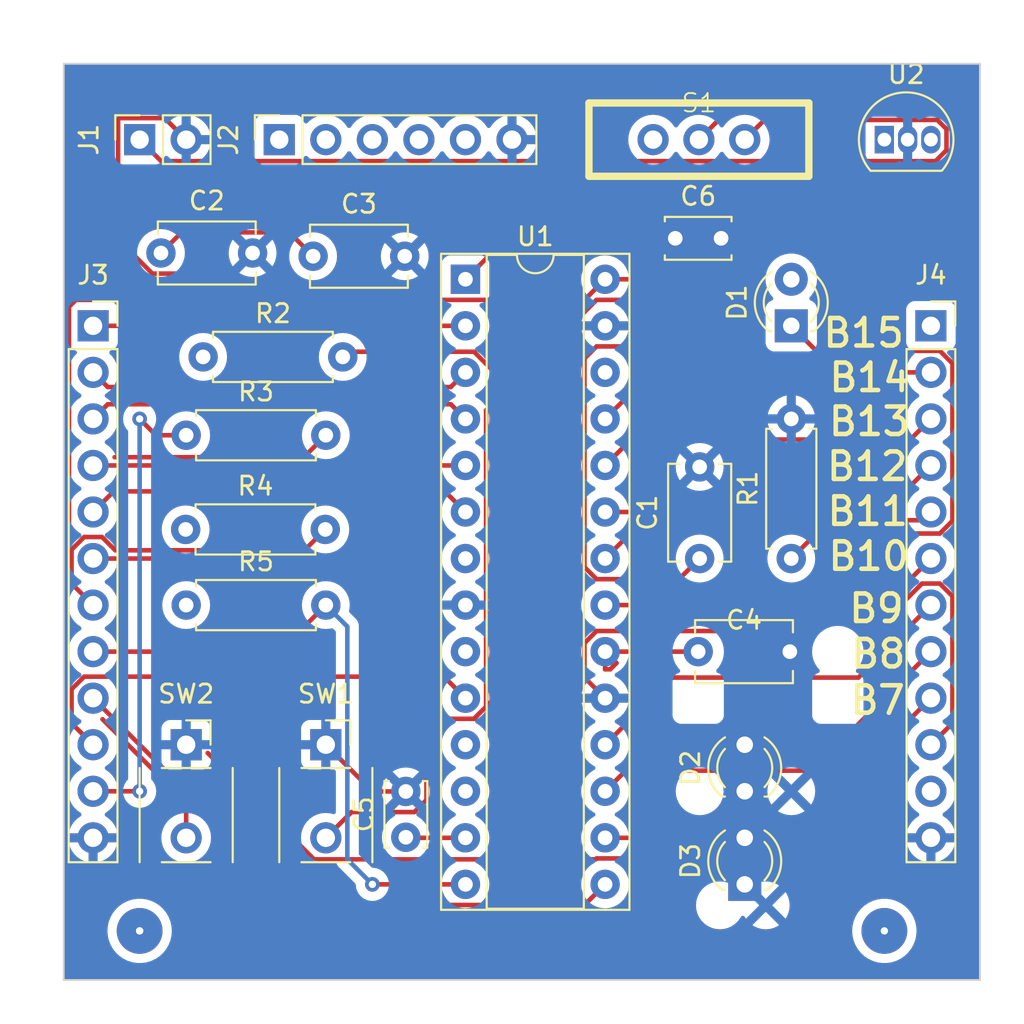
<source format=kicad_pcb>
(kicad_pcb (version 20221018) (generator pcbnew)
  (layers (0 "F.Cu" signal) (31 "B.Cu" signal) (34 "B.Paste" user) (35 "F.Paste" user) (36 "B.SilkS" user "B.Silkscreen") (37 "F.SilkS" user "F.Silkscreen") (38 "B.Mask" user) (39 "F.Mask" user) (44 "Edge.Cuts" user))
  (net 0 "")
  (net 1 "Net-(S1-B)")
  (net 2 "GND")
  (net 3 "Net-(D1-A)")
  (net 4 "Net-(U1-Vcap)")
  (net 5 "+3.3V")
  (net 6 "Net-(D1-K)")
  (net 7 "Net-(D2-K)")
  (net 8 "Net-(D3-K)")
  (net 9 "Net-(J1-Pin_1)")
  (net 11 "/U1TX")
  (net 12 "/U1RX")
  (net 13 "+5V")
  (net 15 "/A0")
  (net 16 "/A1")
  (net 17 "/B0")
  (net 18 "/B1")
  (net 19 "/B2")
  (net 20 "/A3")
  (net 21 "/GREEN")
  (net 22 "/YELLOW")
  (net 23 "/B6")
  (net 24 "/Vin")
  (net 25 "/B15")
  (net 26 "/B14")
  (net 27 "/B13")
  (net 28 "/B12")
  (net 29 "/B11")
  (net 30 "/B10")
  (net 31 "/B9")
  (net 32 "/B8")
  (net 33 "/B7")
  (net 34 "/MCLR")
  (net 35 "/USER")
  (footprint "Capacitor_THT:C_Disc_D5.1mm_W3.2mm_P5.00mm" (layer "F.Cu") (at 134.62 132.08)
    (fp_text reference "C4" (at 2.5 -1.721) (layer "F.SilkS"))
    (fp_text value "1 uF")
    (fp_line (start -0.17 -1.721) (end -0.17 -1.055) (stroke (width 0.12)) (layer "F.SilkS"))
    (fp_line (start -0.17 -1.721) (end 5.17 -1.721) (stroke (width 0.12)) (layer "F.SilkS"))
    (fp_line (start -0.17 1.055) (end -0.17 1.721) (stroke (width 0.12)) (layer "F.SilkS"))
    (fp_line (start -0.17 1.721) (end 5.17 1.721) (stroke (width 0.12)) (layer "F.SilkS"))
    (fp_line (start 5.17 -1.721) (end 5.17 -1.055) (stroke (width 0.12)) (layer "F.SilkS"))
    (fp_line (start 5.17 1.055) (end 5.17 1.721) (stroke (width 0.12)) (layer "F.SilkS"))
    (pad "1" thru_hole circle (at 0 0) (size 1.6 1.6) (drill 0.8) (layers "*.Cu" "*.Mask") (net 4 "Net-(U1-Vcap)"))
    (pad "2" thru_hole circle (at 5 0) (size 1.6 1.6) (drill 0.8) (layers "*.Cu" "*.Mask") (net 2 "GND"))
  )
  (footprint "Resistor_THT:R_Axial_DIN0207_L6.3mm_D2.5mm_P7.62mm_Horizontal" (layer "F.Cu") (at 106.68 120.271058)
    (fp_text reference "R3" (at 3.81 -2.37) (layer "F.SilkS"))
    (fp_text value "10k")
    (fp_line (start 0.54 -1.37) (end 7.08 -1.37) (stroke (width 0.12)) (layer "F.SilkS"))
    (fp_line (start 0.54 -1.04) (end 0.54 -1.37) (stroke (width 0.12)) (layer "F.SilkS"))
    (fp_line (start 0.54 1.04) (end 0.54 1.37) (stroke (width 0.12)) (layer "F.SilkS"))
    (fp_line (start 0.54 1.37) (end 7.08 1.37) (stroke (width 0.12)) (layer "F.SilkS"))
    (fp_line (start 7.08 -1.37) (end 7.08 -1.04) (stroke (width 0.12)) (layer "F.SilkS"))
    (fp_line (start 7.08 1.37) (end 7.08 1.04) (stroke (width 0.12)) (layer "F.SilkS"))
    (pad "1" thru_hole circle (at 0 0) (size 1.6 1.6) (drill 0.8) (layers "*.Cu" "*.Mask") (net 5 "+3.3V"))
    (pad "2" thru_hole oval (at 7.62 0) (size 1.6 1.6) (drill 0.8) (layers "*.Cu" "*.Mask") (net 35 "/USER"))
  )
  (footprint "Capacitor_THT:C_Disc_D5.1mm_W3.2mm_P5.00mm" (layer "F.Cu") (at 105.30328 110.326551)
    (fp_text reference "C2" (at 2.5 -2.85) (layer "F.SilkS"))
    (fp_text value "1uF")
    (fp_line (start -0.17 -1.721) (end -0.17 -1.055) (stroke (width 0.12)) (layer "F.SilkS"))
    (fp_line (start -0.17 -1.721) (end 5.17 -1.721) (stroke (width 0.12)) (layer "F.SilkS"))
    (fp_line (start -0.17 1.055) (end -0.17 1.721) (stroke (width 0.12)) (layer "F.SilkS"))
    (fp_line (start -0.17 1.721) (end 5.17 1.721) (stroke (width 0.12)) (layer "F.SilkS"))
    (fp_line (start 5.17 -1.721) (end 5.17 -1.055) (stroke (width 0.12)) (layer "F.SilkS"))
    (fp_line (start 5.17 1.055) (end 5.17 1.721) (stroke (width 0.12)) (layer "F.SilkS"))
    (pad "1" thru_hole circle (at 0 0) (size 1.6 1.6) (drill 0.8) (layers "*.Cu" "*.Mask") (net 3 "Net-(D1-A)"))
    (pad "2" thru_hole circle (at 5 0) (size 1.6 1.6) (drill 0.8) (layers "*.Cu" "*.Mask") (net 2 "GND"))
  )
  (footprint "Package_DIP:DIP-28_W7.62mm_Socket" (layer "F.Cu") (at 121.92 111.76)
    (fp_text reference "U1" (at 3.81 -2.33) (layer "F.SilkS"))
    (fp_text value "~")
    (fp_line (start -1.33 -1.39) (end -1.33 34.41) (stroke (width 0.12)) (layer "F.SilkS"))
    (fp_line (start -1.33 34.41) (end 8.95 34.41) (stroke (width 0.12)) (layer "F.SilkS"))
    (fp_line (start 1.16 -1.33) (end 1.16 34.35) (stroke (width 0.12)) (layer "F.SilkS"))
    (fp_line (start 1.16 34.35) (end 6.46 34.35) (stroke (width 0.12)) (layer "F.SilkS"))
    (fp_line (start 2.81 -1.33) (end 1.16 -1.33) (stroke (width 0.12)) (layer "F.SilkS"))
    (fp_line (start 6.46 -1.33) (end 4.81 -1.33) (stroke (width 0.12)) (layer "F.SilkS"))
    (fp_line (start 6.46 34.35) (end 6.46 -1.33) (stroke (width 0.12)) (layer "F.SilkS"))
    (fp_line (start 8.95 -1.39) (end -1.33 -1.39) (stroke (width 0.12)) (layer "F.SilkS"))
    (fp_line (start 8.95 34.41) (end 8.95 -1.39) (stroke (width 0.12)) (layer "F.SilkS"))
    (fp_arc (start 4.81 -1.33) (mid 3.81 -0.33) (end 2.81 -1.33) (stroke (width 0.12)) (layer "F.SilkS"))
    (pad "1" thru_hole rect (at 0 0) (size 1.6 1.6) (drill 0.8) (layers "*.Cu" "*.Mask") (net 34 "/MCLR"))
    (pad "2" thru_hole oval (at 0 2.54) (size 1.6 1.6) (drill 0.8) (layers "*.Cu" "*.Mask") (net 15 "/A0"))
    (pad "3" thru_hole oval (at 0 5.08) (size 1.6 1.6) (drill 0.8) (layers "*.Cu" "*.Mask") (net 16 "/A1"))
    (pad "4" thru_hole oval (at 0 7.62) (size 1.6 1.6) (drill 0.8) (layers "*.Cu" "*.Mask") (net 17 "/B0"))
    (pad "5" thru_hole oval (at 0 10.16) (size 1.6 1.6) (drill 0.8) (layers "*.Cu" "*.Mask") (net 18 "/B1"))
    (pad "6" thru_hole oval (at 0 12.7) (size 1.6 1.6) (drill 0.8) (layers "*.Cu" "*.Mask") (net 19 "/B2"))
    (pad "7" thru_hole oval (at 0 15.24) (size 1.6 1.6) (drill 0.8) (layers "*.Cu" "*.Mask"))
    (pad "8" thru_hole oval (at 0 17.78) (size 1.6 1.6) (drill 0.8) (layers "*.Cu" "*.Mask") (net 2 "GND"))
    (pad "9" thru_hole oval (at 0 20.32) (size 1.6 1.6) (drill 0.8) (layers "*.Cu" "*.Mask") (net 12 "/U1RX"))
    (pad "10" thru_hole oval (at 0 22.86) (size 1.6 1.6) (drill 0.8) (layers "*.Cu" "*.Mask") (net 20 "/A3"))
    (pad "11" thru_hole oval (at 0 25.4) (size 1.6 1.6) (drill 0.8) (layers "*.Cu" "*.Mask"))
    (pad "12" thru_hole oval (at 0 27.94) (size 1.6 1.6) (drill 0.8) (layers "*.Cu" "*.Mask"))
    (pad "13" thru_hole oval (at 0 30.48) (size 1.6 1.6) (drill 0.8) (layers "*.Cu" "*.Mask") (net 5 "+3.3V"))
    (pad "14" thru_hole oval (at 0 33.02) (size 1.6 1.6) (drill 0.8) (layers "*.Cu" "*.Mask") (net 22 "/YELLOW"))
    (pad "15" thru_hole oval (at 7.62 33.02) (size 1.6 1.6) (drill 0.8) (layers "*.Cu" "*.Mask") (net 23 "/B6"))
    (pad "16" thru_hole oval (at 7.62 30.48) (size 1.6 1.6) (drill 0.8) (layers "*.Cu" "*.Mask") (net 33 "/B7"))
    (pad "17" thru_hole oval (at 7.62 27.94) (size 1.6 1.6) (drill 0.8) (layers "*.Cu" "*.Mask") (net 32 "/B8"))
    (pad "18" thru_hole oval (at 7.62 25.4) (size 1.6 1.6) (drill 0.8) (layers "*.Cu" "*.Mask") (net 31 "/B9"))
    (pad "19" thru_hole oval (at 7.62 22.86) (size 1.6 1.6) (drill 0.8) (layers "*.Cu" "*.Mask") (net 2 "GND"))
    (pad "20" thru_hole oval (at 7.62 20.32) (size 1.6 1.6) (drill 0.8) (layers "*.Cu" "*.Mask") (net 4 "Net-(U1-Vcap)"))
    (pad "21" thru_hole oval (at 7.62 17.78) (size 1.6 1.6) (drill 0.8) (layers "*.Cu" "*.Mask") (net 30 "/B10"))
    (pad "22" thru_hole oval (at 7.62 15.24) (size 1.6 1.6) (drill 0.8) (layers "*.Cu" "*.Mask") (net 29 "/B11"))
    (pad "23" thru_hole oval (at 7.62 12.7) (size 1.6 1.6) (drill 0.8) (layers "*.Cu" "*.Mask") (net 28 "/B12"))
    (pad "24" thru_hole oval (at 7.62 10.16) (size 1.6 1.6) (drill 0.8) (layers "*.Cu" "*.Mask") (net 27 "/B13"))
    (pad "25" thru_hole oval (at 7.62 7.62) (size 1.6 1.6) (drill 0.8) (layers "*.Cu" "*.Mask") (net 26 "/B14"))
    (pad "26" thru_hole oval (at 7.62 5.08) (size 1.6 1.6) (drill 0.8) (layers "*.Cu" "*.Mask"))
    (pad "27" thru_hole oval (at 7.62 2.54) (size 1.6 1.6) (drill 0.8) (layers "*.Cu" "*.Mask") (net 2 "GND"))
    (pad "28" thru_hole oval (at 7.62 0) (size 1.6 1.6) (drill 0.8) (layers "*.Cu" "*.Mask") (net 5 "+3.3V"))
  )
  (footprint "Resistor_THT:R_Axial_DIN0207_L6.3mm_D2.5mm_P7.62mm_Horizontal" (layer "F.Cu") (at 106.65112 125.411623)
    (fp_text reference "R4" (at 3.81 -2.37) (layer "F.SilkS"))
    (fp_text value "330")
    (fp_line (start 0.54 -1.37) (end 7.08 -1.37) (stroke (width 0.12)) (layer "F.SilkS"))
    (fp_line (start 0.54 -1.04) (end 0.54 -1.37) (stroke (width 0.12)) (layer "F.SilkS"))
    (fp_line (start 0.54 1.04) (end 0.54 1.37) (stroke (width 0.12)) (layer "F.SilkS"))
    (fp_line (start 0.54 1.37) (end 7.08 1.37) (stroke (width 0.12)) (layer "F.SilkS"))
    (fp_line (start 7.08 -1.37) (end 7.08 -1.04) (stroke (width 0.12)) (layer "F.SilkS"))
    (fp_line (start 7.08 1.37) (end 7.08 1.04) (stroke (width 0.12)) (layer "F.SilkS"))
    (pad "1" thru_hole circle (at 0 0) (size 1.6 1.6) (drill 0.8) (layers "*.Cu" "*.Mask") (net 7 "Net-(D2-K)"))
    (pad "2" thru_hole oval (at 7.62 0) (size 1.6 1.6) (drill 0.8) (layers "*.Cu" "*.Mask") (net 21 "/GREEN"))
  )
  (footprint "Capacitor_THT:C_Disc_D5.1mm_W3.2mm_P5.00mm" (layer "F.Cu") (at 134.7 127 90)
    (fp_text reference "C1" (at 2.5 -2.85 90) (layer "F.SilkS"))
    (fp_text value "1uF")
    (fp_line (start -0.17 -1.721) (end -0.17 -1.055) (stroke (width 0.12)) (layer "F.SilkS"))
    (fp_line (start -0.17 -1.721) (end 5.17 -1.721) (stroke (width 0.12)) (layer "F.SilkS"))
    (fp_line (start -0.17 1.055) (end -0.17 1.721) (stroke (width 0.12)) (layer "F.SilkS"))
    (fp_line (start -0.17 1.721) (end 5.17 1.721) (stroke (width 0.12)) (layer "F.SilkS"))
    (fp_line (start 5.17 -1.721) (end 5.17 -1.055) (stroke (width 0.12)) (layer "F.SilkS"))
    (fp_line (start 5.17 1.055) (end 5.17 1.721) (stroke (width 0.12)) (layer "F.SilkS"))
    (pad "1" thru_hole circle (at 0 0 90) (size 1.6 1.6) (drill 0.8) (layers "*.Cu" "*.Mask") (net 1 "Net-(S1-B)"))
    (pad "2" thru_hole circle (at 5 0 90) (size 1.6 1.6) (drill 0.8) (layers "*.Cu" "*.Mask") (net 2 "GND"))
  )
  (footprint "Capacitor_THT:C_Disc_D3.4mm_W2.1mm_P2.50mm" (layer "F.Cu") (at 133.370115 109.525841)
    (fp_text reference "C6" (at 1.25 -2.3) (layer "F.SilkS"))
    (fp_text value "0.1uF")
    (fp_line (start -0.57 -1.17) (end -0.57 -0.925) (stroke (width 0.12)) (layer "F.SilkS"))
    (fp_line (start -0.57 -1.17) (end 3.07 -1.17) (stroke (width 0.12)) (layer "F.SilkS"))
    (fp_line (start -0.57 0.925) (end -0.57 1.17) (stroke (width 0.12)) (layer "F.SilkS"))
    (fp_line (start -0.57 1.17) (end 3.07 1.17) (stroke (width 0.12)) (layer "F.SilkS"))
    (fp_line (start 3.07 -1.17) (end 3.07 -0.925) (stroke (width 0.12)) (layer "F.SilkS"))
    (fp_line (start 3.07 0.925) (end 3.07 1.17) (stroke (width 0.12)) (layer "F.SilkS"))
    (pad "1" thru_hole circle (at 0 0) (size 1.6 1.6) (drill 0.8) (layers "*.Cu" "*.Mask") (net 5 "+3.3V"))
    (pad "2" thru_hole circle (at 2.5 0) (size 1.6 1.6) (drill 0.8) (layers "*.Cu" "*.Mask") (net 2 "GND"))
  )
  (footprint "Connector_PinSocket_2.54mm:PinSocket_1x12_P2.54mm_Vertical" (layer "F.Cu") (at 147.32 114.3)
    (fp_text reference "J4" (at 0 -2.77) (layer "F.SilkS"))
    (fp_text value "RIGHT")
    (fp_line (start -1.33 1.27) (end -1.33 29.27) (stroke (width 0.12)) (layer "F.SilkS"))
    (fp_line (start -1.33 1.27) (end 1.33 1.27) (stroke (width 0.12)) (layer "F.SilkS"))
    (fp_line (start -1.33 29.27) (end 1.33 29.27) (stroke (width 0.12)) (layer "F.SilkS"))
    (fp_line (start 0 -1.33) (end 1.33 -1.33) (stroke (width 0.12)) (layer "F.SilkS"))
    (fp_line (start 1.33 -1.33) (end 1.33 0) (stroke (width 0.12)) (layer "F.SilkS"))
    (fp_line (start 1.33 1.27) (end 1.33 29.27) (stroke (width 0.12)) (layer "F.SilkS"))
    (pad "1" thru_hole rect (at 0 0) (size 1.7 1.7) (drill 1) (layers "*.Cu" "*.Mask") (net 25 "/B15"))
    (pad "2" thru_hole oval (at 0 2.54) (size 1.7 1.7) (drill 1) (layers "*.Cu" "*.Mask") (net 26 "/B14"))
    (pad "3" thru_hole oval (at 0 5.08) (size 1.7 1.7) (drill 1) (layers "*.Cu" "*.Mask") (net 27 "/B13"))
    (pad "4" thru_hole oval (at 0 7.62) (size 1.7 1.7) (drill 1) (layers "*.Cu" "*.Mask") (net 28 "/B12"))
    (pad "5" thru_hole oval (at 0 10.16) (size 1.7 1.7) (drill 1) (layers "*.Cu" "*.Mask") (net 29 "/B11"))
    (pad "6" thru_hole oval (at 0 12.7) (size 1.7 1.7) (drill 1) (layers "*.Cu" "*.Mask") (net 30 "/B10"))
    (pad "7" thru_hole oval (at 0 15.24) (size 1.7 1.7) (drill 1) (layers "*.Cu" "*.Mask") (net 31 "/B9"))
    (pad "8" thru_hole oval (at 0 17.78) (size 1.7 1.7) (drill 1) (layers "*.Cu" "*.Mask") (net 32 "/B8"))
    (pad "9" thru_hole oval (at 0 20.32) (size 1.7 1.7) (drill 1) (layers "*.Cu" "*.Mask") (net 33 "/B7"))
    (pad "10" thru_hole oval (at 0 22.86) (size 1.7 1.7) (drill 1) (layers "*.Cu" "*.Mask") (net 24 "/Vin"))
    (pad "11" thru_hole oval (at 0 25.4) (size 1.7 1.7) (drill 1) (layers "*.Cu" "*.Mask") (net 5 "+3.3V"))
    (pad "12" thru_hole oval (at 0 27.94) (size 1.7 1.7) (drill 1) (layers "*.Cu" "*.Mask") (net 2 "GND"))
  )
  (footprint "Capacitor_THT:C_Disc_D5.1mm_W3.2mm_P5.00mm" (layer "F.Cu") (at 113.606681 110.503219)
    (fp_text reference "C3" (at 2.5 -2.85) (layer "F.SilkS"))
    (fp_text value "1uF")
    (fp_line (start -0.17 -1.721) (end -0.17 -1.055) (stroke (width 0.12)) (layer "F.SilkS"))
    (fp_line (start -0.17 -1.721) (end 5.17 -1.721) (stroke (width 0.12)) (layer "F.SilkS"))
    (fp_line (start -0.17 1.055) (end -0.17 1.721) (stroke (width 0.12)) (layer "F.SilkS"))
    (fp_line (start -0.17 1.721) (end 5.17 1.721) (stroke (width 0.12)) (layer "F.SilkS"))
    (fp_line (start 5.17 -1.721) (end 5.17 -1.055) (stroke (width 0.12)) (layer "F.SilkS"))
    (fp_line (start 5.17 1.055) (end 5.17 1.721) (stroke (width 0.12)) (layer "F.SilkS"))
    (pad "1" thru_hole circle (at 0 0) (size 1.6 1.6) (drill 0.8) (layers "*.Cu" "*.Mask") (net 3 "Net-(D1-A)"))
    (pad "2" thru_hole circle (at 5 0) (size 1.6 1.6) (drill 0.8) (layers "*.Cu" "*.Mask") (net 2 "GND"))
  )
  (footprint "Connector_PinSocket_2.54mm:PinSocket_1x02_P2.54mm_Vertical" (layer "F.Cu") (at 104.14 104.14 90)
    (fp_text reference "J1" (at 0 -2.77 90) (layer "F.SilkS"))
    (fp_text value "BATTERY")
    (fp_line (start -1.33 1.27) (end -1.33 3.87) (stroke (width 0.12)) (layer "F.SilkS"))
    (fp_line (start -1.33 1.27) (end 1.33 1.27) (stroke (width 0.12)) (layer "F.SilkS"))
    (fp_line (start -1.33 3.87) (end 1.33 3.87) (stroke (width 0.12)) (layer "F.SilkS"))
    (fp_line (start 0 -1.33) (end 1.33 -1.33) (stroke (width 0.12)) (layer "F.SilkS"))
    (fp_line (start 1.33 -1.33) (end 1.33 0) (stroke (width 0.12)) (layer "F.SilkS"))
    (fp_line (start 1.33 1.27) (end 1.33 3.87) (stroke (width 0.12)) (layer "F.SilkS"))
    (pad "1" thru_hole rect (at 0 0 90) (size 1.7 1.7) (drill 1) (layers "*.Cu" "*.Mask") (net 9 "Net-(J1-Pin_1)"))
    (pad "2" thru_hole oval (at 0 2.54 90) (size 1.7 1.7) (drill 1) (layers "*.Cu" "*.Mask") (net 2 "GND"))
  )
  (footprint "Package_TO_SOT_THT:TO-92L_Inline" (layer "F.Cu") (at 144.78 104.14)
    (fp_text reference "U2" (at 1.19 -3.56) (layer "F.SilkS"))
    (fp_text value "AP7381-33V")
    (fp_line (start -0.75 1.7) (end 3.1 1.7) (stroke (width 0.12)) (layer "F.SilkS"))
    (fp_arc (start -0.75 1.7) (mid 1.183448 -2.579449) (end 3.138611 1.690122) (stroke (width 0.12)) (layer "F.SilkS"))
    (pad "1" thru_hole rect (at 0 0) (size 1.05 1.5) (drill 0.75) (layers "*.Cu" "*.Mask") (net 3 "Net-(D1-A)"))
    (pad "2" thru_hole oval (at 1.27 0) (size 1.05 1.5) (drill 0.75) (layers "*.Cu" "*.Mask") (net 2 "GND"))
    (pad "3" thru_hole oval (at 2.54 0) (size 1.05 1.5) (drill 0.75) (layers "*.Cu" "*.Mask") (net 1 "Net-(S1-B)"))
  )
  (footprint "LED_THT:LED_D3.0mm" (layer "F.Cu") (at 139.7 114.3 90)
    (fp_text reference "D1" (at 1.27 -2.96 90) (layer "F.SilkS"))
    (fp_text value "RED")
    (fp_line (start -0.29 -1.236) (end -0.29 -1.08) (stroke (width 0.12)) (layer "F.SilkS"))
    (fp_line (start -0.29 1.08) (end -0.29 1.236) (stroke (width 0.12)) (layer "F.SilkS"))
    (fp_arc (start -0.29 -1.235516) (mid 1.366487 -1.987659) (end 2.942335 -1.078608) (stroke (width 0.12)) (layer "F.SilkS"))
    (fp_arc (start 0.229039 -1.08) (mid 1.270117 -1.5) (end 2.31113 -1.079837) (stroke (width 0.12)) (layer "F.SilkS"))
    (fp_arc (start 2.31113 1.079837) (mid 1.270117 1.5) (end 0.229039 1.08) (stroke (width 0.12)) (layer "F.SilkS"))
    (fp_arc (start 2.942335 1.078608) (mid 1.366487 1.987659) (end -0.29 1.235516) (stroke (width 0.12)) (layer "F.SilkS"))
    (pad "1" thru_hole rect (at 0 0 90) (size 1.8 1.8) (drill 0.9) (layers "*.Cu" "*.Mask") (net 6 "Net-(D1-K)"))
    (pad "2" thru_hole circle (at 2.54 0 90) (size 1.8 1.8) (drill 0.9) (layers "*.Cu" "*.Mask") (net 3 "Net-(D1-A)"))
  )
  (footprint "PICBOARD:pushb" (layer "F.Cu") (at 114.3 137.16)
    (fp_text reference "SW1" (at 0 -2.77) (layer "F.SilkS"))
    (fp_text value "MCLR")
    (fp_line (start -2.54 1.27) (end -2.54 6.41) (stroke (width 0.12)) (layer "F.SilkS"))
    (fp_line (start -1.33 1.27) (end 1.33 1.27) (stroke (width 0.12)) (layer "F.SilkS"))
    (fp_line (start -1.33 6.41) (end 1.33 6.41) (stroke (width 0.12)) (layer "F.SilkS"))
    (fp_line (start 0 -1.33) (end 1.33 -1.33) (stroke (width 0.12)) (layer "F.SilkS"))
    (fp_line (start 1.33 -1.33) (end 1.33 0) (stroke (width 0.12)) (layer "F.SilkS"))
    (fp_line (start 2.54 1.27) (end 2.54 6.41) (stroke (width 0.12)) (layer "F.SilkS"))
    (pad "1" thru_hole rect (at 0 0) (size 1.7 1.7) (drill 1) (layers "*.Cu" "*.Mask") (net 2 "GND"))
    (pad "2" thru_hole oval (at 0 5.08) (size 1.7 1.7) (drill 1) (layers "*.Cu" "*.Mask") (net 34 "/MCLR"))
  )
  (footprint "Resistor_THT:R_Axial_DIN0207_L6.3mm_D2.5mm_P7.62mm_Horizontal" (layer "F.Cu") (at 107.604146 115.996881)
    (fp_text reference "R2" (at 3.81 -2.37) (layer "F.SilkS"))
    (fp_text value "10k")
    (fp_line (start 0.54 -1.37) (end 7.08 -1.37) (stroke (width 0.12)) (layer "F.SilkS"))
    (fp_line (start 0.54 -1.04) (end 0.54 -1.37) (stroke (width 0.12)) (layer "F.SilkS"))
    (fp_line (start 0.54 1.04) (end 0.54 1.37) (stroke (width 0.12)) (layer "F.SilkS"))
    (fp_line (start 0.54 1.37) (end 7.08 1.37) (stroke (width 0.12)) (layer "F.SilkS"))
    (fp_line (start 7.08 -1.37) (end 7.08 -1.04) (stroke (width 0.12)) (layer "F.SilkS"))
    (fp_line (start 7.08 1.37) (end 7.08 1.04) (stroke (width 0.12)) (layer "F.SilkS"))
    (pad "1" thru_hole circle (at 0 0) (size 1.6 1.6) (drill 0.8) (layers "*.Cu" "*.Mask") (net 5 "+3.3V"))
    (pad "2" thru_hole oval (at 7.62 0) (size 1.6 1.6) (drill 0.8) (layers "*.Cu" "*.Mask") (net 34 "/MCLR"))
  )
  (footprint "Resistor_THT:R_Axial_DIN0207_L6.3mm_D2.5mm_P7.62mm_Horizontal" (layer "F.Cu") (at 139.7 127 90)
    (fp_text reference "R1" (at 3.81 -2.37 90) (layer "F.SilkS"))
    (fp_text value "330")
    (fp_line (start 0.54 -1.37) (end 7.08 -1.37) (stroke (width 0.12)) (layer "F.SilkS"))
    (fp_line (start 0.54 -1.04) (end 0.54 -1.37) (stroke (width 0.12)) (layer "F.SilkS"))
    (fp_line (start 0.54 1.04) (end 0.54 1.37) (stroke (width 0.12)) (layer "F.SilkS"))
    (fp_line (start 0.54 1.37) (end 7.08 1.37) (stroke (width 0.12)) (layer "F.SilkS"))
    (fp_line (start 7.08 -1.37) (end 7.08 -1.04) (stroke (width 0.12)) (layer "F.SilkS"))
    (fp_line (start 7.08 1.37) (end 7.08 1.04) (stroke (width 0.12)) (layer "F.SilkS"))
    (pad "1" thru_hole circle (at 0 0 90) (size 1.6 1.6) (drill 0.8) (layers "*.Cu" "*.Mask") (net 6 "Net-(D1-K)"))
    (pad "2" thru_hole oval (at 7.62 0 90) (size 1.6 1.6) (drill 0.8) (layers "*.Cu" "*.Mask") (net 2 "GND"))
  )
  (footprint "LED_THT:LED_D3.0mm" (layer "F.Cu") (at 137.16 139.7 90)
    (fp_text reference "D2" (at 1.27 -2.96 90) (layer "F.SilkS"))
    (fp_text value "GREEN")
    (fp_line (start -0.29 -1.236) (end -0.29 -1.08) (stroke (width 0.12)) (layer "F.SilkS"))
    (fp_line (start -0.29 1.08) (end -0.29 1.236) (stroke (width 0.12)) (layer "F.SilkS"))
    (fp_arc (start -0.29 -1.235516) (mid 1.366487 -1.987659) (end 2.942335 -1.078608) (stroke (width 0.12)) (layer "F.SilkS"))
    (fp_arc (start 0.229039 -1.08) (mid 1.270117 -1.5) (end 2.31113 -1.079837) (stroke (width 0.12)) (layer "F.SilkS"))
    (fp_arc (start 2.31113 1.079837) (mid 1.270117 1.5) (end 0.229039 1.08) (stroke (width 0.12)) (layer "F.SilkS"))
    (fp_arc (start 2.942335 1.078608) (mid 1.366487 1.987659) (end -0.29 1.235516) (stroke (width 0.12)) (layer "F.SilkS"))
    (pad "1" thru_hole rect (at 0 0 90) (size 1.8 1.8) (drill 0.9) (layers "*.Cu" "*.Mask") (net 7 "Net-(D2-K)"))
    (pad "2" thru_hole circle (at 2.54 0 90) (size 1.8 1.8) (drill 0.9) (layers "*.Cu" "*.Mask") (net 5 "+3.3V"))
  )
  (footprint "Connector_PinSocket_2.54mm:PinSocket_1x12_P2.54mm_Vertical" (layer "F.Cu") (at 101.6 114.3)
    (fp_text reference "J3" (at 0 -2.77) (layer "F.SilkS"))
    (fp_text value "LEFT")
    (fp_line (start -1.33 1.27) (end -1.33 29.27) (stroke (width 0.12)) (layer "F.SilkS"))
    (fp_line (start -1.33 1.27) (end 1.33 1.27) (stroke (width 0.12)) (layer "F.SilkS"))
    (fp_line (start -1.33 29.27) (end 1.33 29.27) (stroke (width 0.12)) (layer "F.SilkS"))
    (fp_line (start 0 -1.33) (end 1.33 -1.33) (stroke (width 0.12)) (layer "F.SilkS"))
    (fp_line (start 1.33 -1.33) (end 1.33 0) (stroke (width 0.12)) (layer "F.SilkS"))
    (fp_line (start 1.33 1.27) (end 1.33 29.27) (stroke (width 0.12)) (layer "F.SilkS"))
    (pad "1" thru_hole rect (at 0 0) (size 1.7 1.7) (drill 1) (layers "*.Cu" "*.Mask") (net 15 "/A0"))
    (pad "2" thru_hole oval (at 0 2.54) (size 1.7 1.7) (drill 1) (layers "*.Cu" "*.Mask") (net 16 "/A1"))
    (pad "3" thru_hole oval (at 0 5.08) (size 1.7 1.7) (drill 1) (layers "*.Cu" "*.Mask") (net 17 "/B0"))
    (pad "4" thru_hole oval (at 0 7.62) (size 1.7 1.7) (drill 1) (layers "*.Cu" "*.Mask") (net 18 "/B1"))
    (pad "5" thru_hole oval (at 0 10.16) (size 1.7 1.7) (drill 1) (layers "*.Cu" "*.Mask") (net 19 "/B2"))
    (pad "6" thru_hole oval (at 0 12.7) (size 1.7 1.7) (drill 1) (layers "*.Cu" "*.Mask") (net 20 "/A3"))
    (pad "7" thru_hole oval (at 0 15.24) (size 1.7 1.7) (drill 1) (layers "*.Cu" "*.Mask") (net 21 "/GREEN"))
    (pad "8" thru_hole oval (at 0 17.78) (size 1.7 1.7) (drill 1) (layers "*.Cu" "*.Mask") (net 22 "/YELLOW"))
    (pad "9" thru_hole oval (at 0 20.32) (size 1.7 1.7) (drill 1) (layers "*.Cu" "*.Mask") (net 23 "/B6"))
    (pad "10" thru_hole oval (at 0 22.86) (size 1.7 1.7) (drill 1) (layers "*.Cu" "*.Mask") (net 24 "/Vin"))
    (pad "11" thru_hole oval (at 0 25.4) (size 1.7 1.7) (drill 1) (layers "*.Cu" "*.Mask") (net 5 "+3.3V"))
    (pad "12" thru_hole oval (at 0 27.94) (size 1.7 1.7) (drill 1) (layers "*.Cu" "*.Mask") (net 2 "GND"))
  )
  (footprint "Connector_PinSocket_2.54mm:PinSocket_1x06_P2.54mm_Vertical" (layer "F.Cu") (at 111.76 104.14 90)
    (fp_text reference "J2" (at 0 -2.77 90) (layer "F.SilkS"))
    (fp_text value "CP2102")
    (fp_line (start -1.33 1.27) (end -1.33 14.03) (stroke (width 0.12)) (layer "F.SilkS"))
    (fp_line (start -1.33 1.27) (end 1.33 1.27) (stroke (width 0.12)) (layer "F.SilkS"))
    (fp_line (start -1.33 14.03) (end 1.33 14.03) (stroke (width 0.12)) (layer "F.SilkS"))
    (fp_line (start 0 -1.33) (end 1.33 -1.33) (stroke (width 0.12)) (layer "F.SilkS"))
    (fp_line (start 1.33 -1.33) (end 1.33 0) (stroke (width 0.12)) (layer "F.SilkS"))
    (fp_line (start 1.33 1.27) (end 1.33 14.03) (stroke (width 0.12)) (layer "F.SilkS"))
    (pad "1" thru_hole rect (at 0 0 90) (size 1.7 1.7) (drill 1) (layers "*.Cu" "*.Mask"))
    (pad "2" thru_hole oval (at 0 2.54 90) (size 1.7 1.7) (drill 1) (layers "*.Cu" "*.Mask") (net 11 "/U1TX"))
    (pad "3" thru_hole oval (at 0 5.08 90) (size 1.7 1.7) (drill 1) (layers "*.Cu" "*.Mask") (net 12 "/U1RX"))
    (pad "4" thru_hole oval (at 0 7.62 90) (size 1.7 1.7) (drill 1) (layers "*.Cu" "*.Mask") (net 13 "+5V"))
    (pad "5" thru_hole oval (at 0 10.16 90) (size 1.7 1.7) (drill 1) (layers "*.Cu" "*.Mask"))
    (pad "6" thru_hole oval (at 0 12.7 90) (size 1.7 1.7) (drill 1) (layers "*.Cu" "*.Mask") (net 2 "GND"))
  )
  (footprint "LED_THT:LED_D3.0mm" (layer "F.Cu") (at 137.16 144.78 90)
    (fp_text reference "D3" (at 1.27 -2.96 90) (layer "F.SilkS"))
    (fp_text value "YELLOW")
    (fp_line (start -0.29 -1.236) (end -0.29 -1.08) (stroke (width 0.12)) (layer "F.SilkS"))
    (fp_line (start -0.29 1.08) (end -0.29 1.236) (stroke (width 0.12)) (layer "F.SilkS"))
    (fp_arc (start -0.29 -1.235516) (mid 1.366487 -1.987659) (end 2.942335 -1.078608) (stroke (width 0.12)) (layer "F.SilkS"))
    (fp_arc (start 0.229039 -1.08) (mid 1.270117 -1.5) (end 2.31113 -1.079837) (stroke (width 0.12)) (layer "F.SilkS"))
    (fp_arc (start 2.31113 1.079837) (mid 1.270117 1.5) (end 0.229039 1.08) (stroke (width 0.12)) (layer "F.SilkS"))
    (fp_arc (start 2.942335 1.078608) (mid 1.366487 1.987659) (end -0.29 1.235516) (stroke (width 0.12)) (layer "F.SilkS"))
    (pad "1" thru_hole rect (at 0 0 90) (size 1.8 1.8) (drill 0.9) (layers "*.Cu" "*.Mask") (net 8 "Net-(D3-K)"))
    (pad "2" thru_hole circle (at 2.54 0 90) (size 1.8 1.8) (drill 0.9) (layers "*.Cu" "*.Mask") (net 5 "+3.3V"))
  )
  (footprint "Capacitor_THT:C_Disc_D3.4mm_W2.1mm_P2.50mm" (layer "F.Cu") (at 118.666007 142.210041 90)
    (fp_text reference "C5" (at 1.25 -2.3 90) (layer "F.SilkS"))
    (fp_text value "0.1 uF")
    (fp_line (start -0.57 -1.17) (end -0.57 -0.925) (stroke (width 0.12)) (layer "F.SilkS"))
    (fp_line (start -0.57 -1.17) (end 3.07 -1.17) (stroke (width 0.12)) (layer "F.SilkS"))
    (fp_line (start -0.57 0.925) (end -0.57 1.17) (stroke (width 0.12)) (layer "F.SilkS"))
    (fp_line (start -0.57 1.17) (end 3.07 1.17) (stroke (width 0.12)) (layer "F.SilkS"))
    (fp_line (start 3.07 -1.17) (end 3.07 -0.925) (stroke (width 0.12)) (layer "F.SilkS"))
    (fp_line (start 3.07 0.925) (end 3.07 1.17) (stroke (width 0.12)) (layer "F.SilkS"))
    (pad "1" thru_hole circle (at 0 0 90) (size 1.6 1.6) (drill 0.8) (layers "*.Cu" "*.Mask") (net 5 "+3.3V"))
    (pad "2" thru_hole circle (at 2.5 0 90) (size 1.6 1.6) (drill 0.8) (layers "*.Cu" "*.Mask") (net 2 "GND"))
  )
  (footprint "PICBOARD:pushb" (layer "F.Cu") (at 106.68 137.16)
    (fp_text reference "SW2" (at 0 -2.77) (layer "F.SilkS"))
    (fp_text value "USER")
    (fp_line (start -2.54 1.27) (end -2.54 6.41) (stroke (width 0.12)) (layer "F.SilkS"))
    (fp_line (start -1.33 1.27) (end 1.33 1.27) (stroke (width 0.12)) (layer "F.SilkS"))
    (fp_line (start -1.33 6.41) (end 1.33 6.41) (stroke (width 0.12)) (layer "F.SilkS"))
    (fp_line (start 0 -1.33) (end 1.33 -1.33) (stroke (width 0.12)) (layer "F.SilkS"))
    (fp_line (start 1.33 -1.33) (end 1.33 0) (stroke (width 0.12)) (layer "F.SilkS"))
    (fp_line (start 2.54 1.27) (end 2.54 6.41) (stroke (width 0.12)) (layer "F.SilkS"))
    (pad "1" thru_hole rect (at 0 0) (size 1.7 1.7) (drill 1) (layers "*.Cu" "*.Mask") (net 2 "GND"))
    (pad "2" thru_hole oval (at 0 5.08) (size 1.7 1.7) (drill 1) (layers "*.Cu" "*.Mask") (net 35 "/USER"))
  )
  (footprint "Resistor_THT:R_Axial_DIN0207_L6.3mm_D2.5mm_P7.62mm_Horizontal" (layer "F.Cu") (at 106.68 129.54)
    (fp_text reference "R5" (at 3.81 -2.37) (layer "F.SilkS"))
    (fp_text value "330")
    (fp_line (start 0.54 -1.37) (end 7.08 -1.37) (stroke (width 0.12)) (layer "F.SilkS"))
    (fp_line (start 0.54 -1.04) (end 0.54 -1.37) (stroke (width 0.12)) (layer "F.SilkS"))
    (fp_line (start 0.54 1.04) (end 0.54 1.37) (stroke (width 0.12)) (layer "F.SilkS"))
    (fp_line (start 0.54 1.37) (end 7.08 1.37) (stroke (width 0.12)) (layer "F.SilkS"))
    (fp_line (start 7.08 -1.37) (end 7.08 -1.04) (stroke (width 0.12)) (layer "F.SilkS"))
    (fp_line (start 7.08 1.37) (end 7.08 1.04) (stroke (width 0.12)) (layer "F.SilkS"))
    (pad "1" thru_hole circle (at 0 0) (size 1.6 1.6) (drill 0.8) (layers "*.Cu" "*.Mask") (net 8 "Net-(D3-K)"))
    (pad "2" thru_hole oval (at 7.62 0) (size 1.6 1.6) (drill 0.8) (layers "*.Cu" "*.Mask") (net 22 "/YELLOW"))
  )
  (footprint "PICBOARD:slide" (layer "F.Cu") (at 134.66 104.14)
    (fp_text reference "S1" (at 0 -2 unlocked) (layer "F.SilkS") (effects (font (thickness 0.1))))
    (fp_text value "SW_slide")
    (fp_line (start -6 -2) (end -6 2) (stroke (width 0.4)) (layer "F.SilkS"))
    (fp_line (start -6 2) (end 6 2) (stroke (width 0.4)) (layer "F.SilkS"))
    (fp_line (start 6 -2) (end -6 -2) (stroke (width 0.4)) (layer "F.SilkS"))
    (fp_line (start 6 2) (end 6 -2) (stroke (width 0.4)) (layer "F.SilkS"))
    (pad "1" thru_hole circle (at -2.5 0) (size 1.7 1.7) (drill 1) (layers "*.Cu" "*.Mask") (net 13 "+5V"))
    (pad "2" thru_hole circle (at 0 0) (size 1.7 1.7) (drill 1) (layers "*.Cu" "*.Mask") (net 1 "Net-(S1-B)"))
    (pad "3" thru_hole circle (at 2.5 0) (size 1.7 1.7) (drill 1) (layers "*.Cu" "*.Mask") (net 9 "Net-(J1-Pin_1)"))
  )
  (gr_line (start 100 100) (end 100 150) (stroke (width 0.1)) (layer "Edge.Cuts"))
  (gr_line (start 150 100) (end 150 150) (stroke (width 0.1)) (layer "Edge.Cuts"))
  (gr_line (start 150 150) (end 150 100) (stroke (width 0.1)) (layer "Edge.Cuts"))
  (gr_line (start 100 100) (end 150 100) (stroke (width 0.1)) (layer "Edge.Cuts"))
  (gr_line (start 100 150) (end 150 150) (stroke (width 0.1)) (layer "Edge.Cuts"))
  (gr_text "B14" (at 146.31834 117.999815) (layer "F.SilkS") (effects (font (size 1.5 1.5) (thickness 0.25) bold) (justify right bottom)))
  (gr_text "B15" (at 145.99 115.57) (layer "F.SilkS") (effects (font (size 1.5 1.5) (thickness 0.25) bold) (justify right bottom)))
  (gr_text "B9" (at 145.975668 130.599633) (layer "F.SilkS") (effects (font (size 1.5 1.5) (thickness 0.25) bold) (justify right bottom)))
  (gr_text "B11" (at 146.212903 125.301383) (layer "F.SilkS") (effects (font (size 1.5 1.5) (thickness 0.25) bold) (justify right bottom)))
  (gr_text "B13" (at 146.291981 120.398525) (layer "F.SilkS") (effects (font (size 1.5 1.5) (thickness 0.25) bold) (justify right bottom)))
  (gr_text "B7" (at 146.047095 135.610861) (layer "F.SilkS") (effects (font (size 1.5 1.5) (thickness 0.25) bold) (justify right bottom)))
  (gr_text "B12" (at 146.186543 122.849954) (layer "F.SilkS") (effects (font (size 1.5 1.5) (thickness 0.25) bold) (justify right bottom)))
  (gr_text "B10" (at 146.265621 127.752812) (layer "F.SilkS") (effects (font (size 1.5 1.5) (thickness 0.25) bold) (justify right bottom)))
  (gr_text "B8" (at 146.073718 133.081672) (layer "F.SilkS") (effects (font (size 1.5 1.5) (thickness 0.25) bold) (justify right bottom)))
  (via (at 104.14 147.32) (size 0.8) (drill 0.4) (layers "F.Cu" "B.Cu") (net 0))
  (via (at 144.78 147.32) (size 2.5) (drill 0.4) (layers "F.Cu" "B.Cu") (net 0))
  (via (at 104.14 147.32) (size 2.5) (drill 0.4) (layers "F.Cu" "B.Cu") (net 0))
  (segment (start 128.415 127.465991) (end 128.415 116.084009) (width 0.25) (layer "F.Cu") (net 1))
  (segment (start 143.531646 109.991832) (end 148.62 104.903478) (width 0.25) (layer "F.Cu") (net 1))
  (segment (start 129.074009 115.425) (end 131.561947 115.425) (width 0.25) (layer "F.Cu") (net 1))
  (segment (start 133.575 128.125) (end 129.074009 128.125) (width 0.25) (layer "F.Cu") (net 1))
  (segment (start 128.415 116.084009) (end 129.074009 115.425) (width 0.25) (layer "F.Cu") (net 1))
  (segment (start 131.561947 115.425) (end 136.995115 109.991832) (width 0.25) (layer "F.Cu") (net 1))
  (segment (start 147.858478 102.615) (end 136.185 102.615) (width 0.25) (layer "F.Cu") (net 1))
  (segment (start 136.995115 109.991832) (end 143.531646 109.991832) (width 0.25) (layer "F.Cu") (net 1))
  (segment (start 136.185 102.615) (end 134.66 104.14) (width 0.25) (layer "F.Cu") (net 1))
  (segment (start 148.62 103.376522) (end 147.858478 102.615) (width 0.25) (layer "F.Cu") (net 1))
  (segment (start 148.62 104.903478) (end 148.62 103.376522) (width 0.25) (layer "F.Cu") (net 1))
  (segment (start 129.074009 128.125) (end 128.415 127.465991) (width 0.25) (layer "F.Cu") (net 1))
  (segment (start 134.7 127) (end 133.575 128.125) (width 0.25) (layer "F.Cu") (net 1))
  (segment (start 131.095956 114.3) (end 129.54 114.3) (width 0.25) (layer "F.Cu") (net 2))
  (segment (start 109.17828 111.451551) (end 104.837289 111.451551) (width 0.25) (layer "F.Cu") (net 2))
  (segment (start 110.30328 110.326551) (end 109.17828 111.451551) (width 0.25) (layer "F.Cu") (net 2))
  (segment (start 129.074009 130.955) (end 128.415 131.614009) (width 0.25) (layer "F.Cu") (net 2))
  (segment (start 104.837289 111.451551) (end 102.965 109.579262) (width 0.25) (layer "F.Cu") (net 2))
  (segment (start 138.495 130.955) (end 129.074009 130.955) (width 0.25) (layer "F.Cu") (net 2))
  (segment (start 128.415 133.495) (end 129.54 134.62) (width 0.25) (layer "F.Cu") (net 2))
  (segment (start 118.606681 110.503219) (end 123.3449 105.765) (width 0.25) (layer "F.Cu") (net 2))
  (segment (start 106.68 137.16) (end 114.3 137.16) (width 0.25) (layer "F.Cu") (net 2))
  (segment (start 116.850041 139.710041) (end 114.3 137.16) (width 0.25) (layer "F.Cu") (net 2))
  (segment (start 139.62 132.08) (end 138.495 130.955) (width 0.25) (layer "F.Cu") (net 2))
  (segment (start 135.870115 109.525841) (end 131.095956 114.3) (width 0.25) (layer "F.Cu") (net 2))
  (segment (start 102.965 102.965) (end 105.505 102.965) (width 0.25) (layer "F.Cu") (net 2))
  (segment (start 123.3449 105.765) (end 124.46 105.765) (width 0.25) (layer "F.Cu") (net 2))
  (segment (start 102.965 109.579262) (end 102.965 102.965) (width 0.25) (layer "F.Cu") (net 2))
  (segment (start 118.666007 139.710041) (end 116.850041 139.710041) (width 0.25) (layer "F.Cu") (net 2))
  (segment (start 105.505 102.965) (end 106.68 104.14) (width 0.25) (layer "F.Cu") (net 2))
  (segment (start 128.415 131.614009) (end 128.415 133.495) (width 0.25) (layer "F.Cu") (net 2))
  (segment (start 138.575 140.825) (end 139.7 139.7) (width 0.25) (layer "F.Cu") (net 2))
  (segment (start 106.42828 109.201551) (end 105.30328 110.326551) (width 0.25) (layer "F.Cu") (net 3))
  (segment (start 113.606681 110.503219) (end 112.305013 109.201551) (width 0.25) (layer "F.Cu") (net 3))
  (segment (start 112.305013 109.201551) (end 106.42828 109.201551) (width 0.25) (layer "F.Cu") (net 3))
  (segment (start 129.54 133.045) (end 129.819595 133.045) (width 0.25) (layer "F.Cu") (net 4))
  (segment (start 130.162298 132.702298) (end 129.819595 133.045) (width 0.25) (layer "F.Cu") (net 4))
  (segment (start 129.54 132.08) (end 130.162298 132.702298) (width 0.25) (layer "F.Cu") (net 4))
  (segment (start 129.54 132.08) (end 134.62 132.08) (width 0.25) (layer "F.Cu") (net 4))
  (segment (start 129.54 132.08) (end 129.54 133.045) (width 0.25) (layer "F.Cu") (net 4))
  (segment (start 104.14 139.7) (end 101.6 139.7) (width 0.25) (layer "F.Cu") (net 5))
  (segment (start 105.031058 120.271058) (end 104.14 119.38) (width 0.25) (layer "F.Cu") (net 5))
  (segment (start 100.285 113.265) (end 100.285 126.016903) (width 0.25) (layer "F.Cu") (net 5))
  (segment (start 118.695966 142.24) (end 118.666007 142.210041) (width 0.25) (layer "F.Cu") (net 5))
  (segment (start 129.54 111.76) (end 131.135956 111.76) (width 0.25) (layer "F.Cu") (net 5))
  (segment (start 129.54 111.76) (end 128.415 112.885) (width 0.25) (layer "F.Cu") (net 5))
  (segment (start 131.135956 111.76) (end 133.370115 109.525841) (width 0.25) (layer "F.Cu") (net 5))
  (segment (start 106.68 120.271058) (end 105.031058 120.271058) (width 0.25) (layer "F.Cu") (net 5))
  (segment (start 121.92 142.24) (end 118.695966 142.24) (width 0.25) (layer "F.Cu") (net 5))
  (segment (start 100.665 112.885) (end 100.285 113.265) (width 0.25) (layer "F.Cu") (net 5))
  (segment (start 128.415 112.885) (end 100.665 112.885) (width 0.25) (layer "F.Cu") (net 5))
  (via (at 104.14 119.38) (size 0.8) (drill 0.4) (layers "F.Cu" "B.Cu") (net 5))
  (via (at 104.14 139.7) (size 0.8) (drill 0.4) (layers "F.Cu" "B.Cu") (net 5))
  (segment (start 104.14 119.38) (end 104.14 139.7) (width 0.25) (layer "B.Cu") (net 5))
  (segment (start 139.7 127) (end 141.065 125.635) (width 0.25) (layer "F.Cu") (net 6))
  (segment (start 148.495 116.353299) (end 147.806701 115.665) (width 0.25) (layer "F.Cu") (net 6))
  (segment (start 147.806701 125.635) (end 148.495 124.946701) (width 0.25) (layer "F.Cu") (net 6))
  (segment (start 148.495 124.946701) (end 148.495 116.353299) (width 0.25) (layer "F.Cu") (net 6))
  (segment (start 147.806701 115.665) (end 141.065 115.665) (width 0.25) (layer "F.Cu") (net 6))
  (segment (start 141.065 125.635) (end 147.806701 125.635) (width 0.25) (layer "F.Cu") (net 6))
  (segment (start 141.065 115.665) (end 139.7 114.3) (width 0.25) (layer "F.Cu") (net 6))
  (segment (start 129.024009 143.415) (end 113.66 143.415) (width 0.25) (layer "F.Cu") (net 8))
  (segment (start 129.074009 143.365) (end 129.024009 143.415) (width 0.25) (layer "F.Cu") (net 8))
  (segment (start 135.745 143.365) (end 129.074009 143.365) (width 0.25) (layer "F.Cu") (net 8))
  (segment (start 137.16 144.78) (end 135.745 143.365) (width 0.25) (layer "F.Cu") (net 8))
  (segment (start 113.66 143.415) (end 107.855 137.61) (width 0.25) (layer "F.Cu") (net 8))
  (segment (start 148.17 103.562918) (end 147.672082 103.065) (width 0.25) (layer "F.Cu") (net 9))
  (segment (start 148.17 104.717082) (end 148.17 103.562918) (width 0.25) (layer "F.Cu") (net 9))
  (segment (start 105.315 105.315) (end 147.572082 105.315) (width 0.25) (layer "F.Cu") (net 9))
  (segment (start 147.572082 105.315) (end 148.17 104.717082) (width 0.25) (layer "F.Cu") (net 9))
  (segment (start 104.14 104.14) (end 105.315 105.315) (width 0.25) (layer "F.Cu") (net 9))
  (segment (start 138.235 103.065) (end 137.16 104.14) (width 0.25) (layer "F.Cu") (net 9))
  (segment (start 147.672082 103.065) (end 138.235 103.065) (width 0.25) (layer "F.Cu") (net 9))
  (segment (start 121.92 114.3) (end 101.6 114.3) (width 0.25) (layer "F.Cu") (net 15))
  (segment (start 121.92 116.84) (end 121.120001 117.639999) (width 0.25) (layer "F.Cu") (net 16))
  (segment (start 102.399999 117.639999) (end 101.6 116.84) (width 0.25) (layer "F.Cu") (net 16))
  (segment (start 121.120001 117.639999) (end 102.399999 117.639999) (width 0.25) (layer "F.Cu") (net 16))
  (segment (start 121.120001 118.580001) (end 102.399999 118.580001) (width 0.25) (layer "F.Cu") (net 17))
  (segment (start 121.92 119.38) (end 121.120001 118.580001) (width 0.25) (layer "F.Cu") (net 17))
  (segment (start 102.399999 118.580001) (end 101.6 119.38) (width 0.25) (layer "F.Cu") (net 17))
  (segment (start 121.92 121.92) (end 101.6 121.92) (width 0.25) (layer "F.Cu") (net 18))
  (segment (start 120.795 123.335) (end 121.92 124.46) (width 0.25) (layer "F.Cu") (net 19))
  (segment (start 101.6 124.46) (end 102.725 123.335) (width 0.25) (layer "F.Cu") (net 19))
  (segment (start 102.725 123.335) (end 120.795 123.335) (width 0.25) (layer "F.Cu") (net 19))
  (segment (start 101.6 127) (end 114.3 127) (width 0.25) (layer "F.Cu") (net 20))
  (segment (start 114.3 127) (end 121.92 134.62) (width 0.25) (layer "F.Cu") (net 20))
  (segment (start 102.086701 125.825) (end 102.811701 126.55) (width 0.25) (layer "F.Cu") (net 21))
  (segment (start 100.425 126.513299) (end 101.113299 125.825) (width 0.25) (layer "F.Cu") (net 21))
  (segment (start 100.425 128.365) (end 100.425 126.513299) (width 0.25) (layer "F.Cu") (net 21))
  (segment (start 101.6 129.54) (end 100.425 128.365) (width 0.25) (layer "F.Cu") (net 21))
  (segment (start 102.811701 126.55) (end 113.132743 126.55) (width 0.25) (layer "F.Cu") (net 21))
  (segment (start 113.132743 126.55) (end 114.27112 125.411623) (width 0.25) (layer "F.Cu") (net 21))
  (segment (start 101.113299 125.825) (end 102.086701 125.825) (width 0.25) (layer "F.Cu") (net 21))
  (segment (start 101.6 132.08) (end 111.76 132.08) (width 0.25) (layer "F.Cu") (net 22))
  (segment (start 116.84 144.78) (end 121.92 144.78) (width 0.25) (layer "F.Cu") (net 22))
  (segment (start 111.76 132.08) (end 114.3 129.54) (width 0.25) (layer "F.Cu") (net 22))
  (via (at 116.84 144.78) (size 0.8) (drill 0.4) (layers "F.Cu" "B.Cu") (net 22))
  (segment (start 115.475 130.715) (end 115.475 143.415) (width 0.25) (layer "B.Cu") (net 22))
  (segment (start 114.3 129.54) (end 115.475 130.715) (width 0.25) (layer "B.Cu") (net 22))
  (segment (start 115.475 143.415) (end 116.84 144.78) (width 0.25) (layer "B.Cu") (net 22))
  (segment (start 128.415 145.905) (end 112.885 145.905) (width 0.25) (layer "F.Cu") (net 23))
  (segment (start 112.885 145.905) (end 101.6 134.62) (width 0.25) (layer "F.Cu") (net 23))
  (segment (start 129.54 144.78) (end 128.415 145.905) (width 0.25) (layer "F.Cu") (net 23))
  (segment (start 148.495 129.053299) (end 148.495 135.985) (width 0.25) (layer "F.Cu") (net 24))
  (segment (start 147.806701 128.365) (end 148.495 129.053299) (width 0.25) (layer "F.Cu") (net 24))
  (segment (start 148.495 135.985) (end 147.32 137.16) (width 0.25) (layer "F.Cu") (net 24))
  (segment (start 146.833299 128.365) (end 147.806701 128.365) (width 0.25) (layer "F.Cu") (net 24))
  (segment (start 145.208299 129.99) (end 146.833299 128.365) (width 0.25) (layer "F.Cu") (net 24))
  (segment (start 101.113299 133.445) (end 100.425 134.133299) (width 0.25) (layer "F.Cu") (net 24))
  (segment (start 100.425 134.133299) (end 100.425 135.985) (width 0.25) (layer "F.Cu") (net 24))
  (segment (start 100.425 135.985) (end 101.6 137.16) (width 0.25) (layer "F.Cu") (net 24))
  (segment (start 118.015 133.445) (end 101.113299 133.445) (width 0.25) (layer "F.Cu") (net 24))
  (segment (start 120.315 135.745) (end 118.015 133.445) (width 0.25) (layer "F.Cu") (net 24))
  (segment (start 147.32 116.84) (end 132.08 116.84) (width 0.25) (layer "F.Cu") (net 26))
  (segment (start 132.08 116.84) (end 129.54 119.38) (width 0.25) (layer "F.Cu") (net 26))
  (segment (start 146.195 120.505) (end 130.955 120.505) (width 0.25) (layer "F.Cu") (net 27))
  (segment (start 147.32 119.38) (end 146.195 120.505) (width 0.25) (layer "F.Cu") (net 27))
  (segment (start 130.955 120.505) (end 129.54 121.92) (width 0.25) (layer "F.Cu") (net 27))
  (segment (start 144.78 124.46) (end 129.54 124.46) (width 0.25) (layer "F.Cu") (net 28))
  (segment (start 147.32 121.92) (end 144.78 124.46) (width 0.25) (layer "F.Cu") (net 28))
  (segment (start 146.87 124.91) (end 131.63 124.91) (width 0.25) (layer "F.Cu") (net 29))
  (segment (start 147.32 124.46) (end 146.87 124.91) (width 0.25) (layer "F.Cu") (net 29))
  (segment (start 131.63 124.91) (end 129.54 127) (width 0.25) (layer "F.Cu") (net 29))
  (segment (start 129.54 129.54) (end 144.78 129.54) (width 0.25) (layer "F.Cu") (net 30))
  (segment (start 144.78 129.54) (end 147.32 127) (width 0.25) (layer "F.Cu") (net 30))
  (segment (start 147.32 129.54) (end 143.365 133.495) (width 0.25) (layer "F.Cu") (net 31))
  (segment (start 143.365 133.495) (end 133.205 133.495) (width 0.25) (layer "F.Cu") (net 31))
  (segment (start 133.205 133.495) (end 129.54 137.16) (width 0.25) (layer "F.Cu") (net 31))
  (segment (start 129.54 139.7) (end 130.665 138.575) (width 0.25) (layer "F.Cu") (net 32))
  (segment (start 140.825 138.575) (end 147.32 132.08) (width 0.25) (layer "F.Cu") (net 32))
  (segment (start 130.665 138.575) (end 140.825 138.575) (width 0.25) (layer "F.Cu") (net 32))
  (segment (start 147.32 134.62) (end 139.7 142.24) (width 0.25) (layer "F.Cu") (net 33))
  (segment (start 139.7 142.24) (end 129.54 142.24) (width 0.25) (layer "F.Cu") (net 33))
  (segment (start 119.791007 140.176032) (end 119.131998 140.835041) (width 0.25) (layer "F.Cu") (net 34))
  (segment (start 122.385991 115.715) (end 115.506027 115.715) (width 0.25) (layer "F.Cu") (net 34))
  (segment (start 129.074009 112.885) (end 123.045 118.914009) (width 0.25) (layer "F.Cu") (net 34))
  (segment (start 133.836106 108.400841) (end 134.495115 109.05985) (width 0.25) (layer "F.Cu") (net 34))
  (segment (start 134.495115 109.05985) (end 134.495115 109.991832) (width 0.25) (layer "F.Cu") (net 34))
  (segment (start 122.385991 135.745) (end 120.951396 135.745) (width 0.25) (layer "F.Cu") (net 34))
  (segment (start 123.045 135.085991) (end 122.385991 135.745) (width 0.25) (layer "F.Cu") (net 34))
  (segment (start 120.951396 135.745) (end 119.791007 136.905389) (width 0.25) (layer "F.Cu") (net 34))
  (segment (start 121.92 111.76) (end 125.279159 108.400841) (width 0.25) (layer "F.Cu") (net 34))
  (segment (start 115.704959 140.835041) (end 114.3 142.24) (width 0.25) (layer "F.Cu") (net 34))
  (segment (start 123.045 118.914009) (end 123.045 135.085991) (width 0.25) (layer "F.Cu") (net 34))
  (segment (start 126.534009 119.863018) (end 122.385991 115.715) (width 0.25) (layer "F.Cu") (net 34))
  (segment (start 119.131998 140.835041) (end 115.704959 140.835041) (width 0.25) (layer "F.Cu") (net 34))
  (segment (start 125.279159 108.400841) (end 133.836106 108.400841) (width 0.25) (layer "F.Cu") (net 34))
  (segment (start 126.534009 131.596982) (end 126.534009 119.863018) (width 0.25) (layer "F.Cu") (net 34))
  (segment (start 119.791007 136.905389) (end 119.791007 140.176032) (width 0.25) (layer "F.Cu") (net 34))
  (segment (start 115.506027 115.715) (end 115.224146 115.996881) (width 0.25) (layer "F.Cu") (net 34))
  (segment (start 134.495115 109.991832) (end 131.601947 112.885) (width 0.25) (layer "F.Cu") (net 34))
  (segment (start 122.385991 135.745) (end 126.534009 131.596982) (width 0.25) (layer "F.Cu") (net 34))
  (segment (start 131.601947 112.885) (end 129.074009 112.885) (width 0.25) (layer "F.Cu") (net 34))
  (segment (start 114.3 120.271058) (end 113.101058 121.47) (width 0.25) (layer "F.Cu") (net 35))
  (segment (start 106.68 140.336396) (end 102.112652 135.769048) (width 0.25) (layer "F.Cu") (net 35))
  (segment (start 106.68 142.24) (end 106.68 140.336396) (width 0.25) (layer "F.Cu") (net 35))
  (segment (start 113.101058 121.47) (end 102.775 121.47) (width 0.25) (layer "F.Cu") (net 35))
  (zone (net 2) (net_name "GND") (layer "B.Cu") (connect_pads (clearance 0.5)) (min_thickness 0.25) (fill yes (thermal_gap 0.5) (thermal_bridge_width 0.5))
    (polygon (pts (xy 96.52 96.52) (xy 152.4 96.52) (xy 152.4 152.4) (xy 96.52 152.4)))
  )
)
</source>
